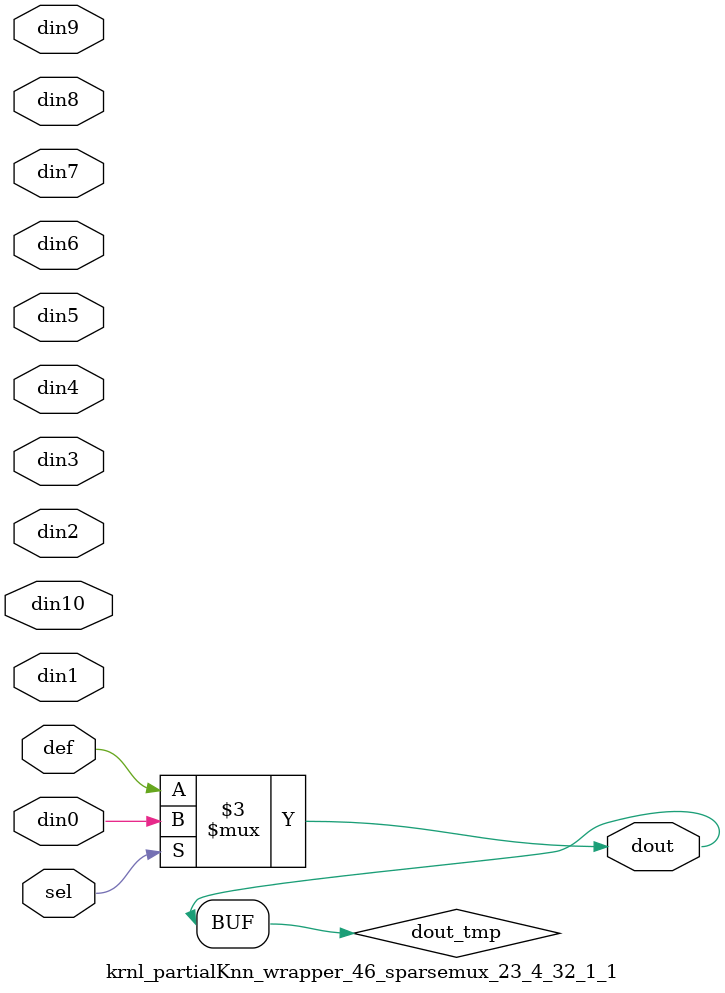
<source format=v>
`timescale 1ns / 1ps

module krnl_partialKnn_wrapper_46_sparsemux_23_4_32_1_1 (din0,din1,din2,din3,din4,din5,din6,din7,din8,din9,din10,def,sel,dout);

parameter din0_WIDTH = 1;

parameter din1_WIDTH = 1;

parameter din2_WIDTH = 1;

parameter din3_WIDTH = 1;

parameter din4_WIDTH = 1;

parameter din5_WIDTH = 1;

parameter din6_WIDTH = 1;

parameter din7_WIDTH = 1;

parameter din8_WIDTH = 1;

parameter din9_WIDTH = 1;

parameter din10_WIDTH = 1;

parameter def_WIDTH = 1;
parameter sel_WIDTH = 1;
parameter dout_WIDTH = 1;

parameter [sel_WIDTH-1:0] CASE0 = 1;

parameter [sel_WIDTH-1:0] CASE1 = 1;

parameter [sel_WIDTH-1:0] CASE2 = 1;

parameter [sel_WIDTH-1:0] CASE3 = 1;

parameter [sel_WIDTH-1:0] CASE4 = 1;

parameter [sel_WIDTH-1:0] CASE5 = 1;

parameter [sel_WIDTH-1:0] CASE6 = 1;

parameter [sel_WIDTH-1:0] CASE7 = 1;

parameter [sel_WIDTH-1:0] CASE8 = 1;

parameter [sel_WIDTH-1:0] CASE9 = 1;

parameter [sel_WIDTH-1:0] CASE10 = 1;

parameter ID = 1;
parameter NUM_STAGE = 1;



input [din0_WIDTH-1:0] din0;

input [din1_WIDTH-1:0] din1;

input [din2_WIDTH-1:0] din2;

input [din3_WIDTH-1:0] din3;

input [din4_WIDTH-1:0] din4;

input [din5_WIDTH-1:0] din5;

input [din6_WIDTH-1:0] din6;

input [din7_WIDTH-1:0] din7;

input [din8_WIDTH-1:0] din8;

input [din9_WIDTH-1:0] din9;

input [din10_WIDTH-1:0] din10;

input [def_WIDTH-1:0] def;
input [sel_WIDTH-1:0] sel;

output [dout_WIDTH-1:0] dout;



reg [dout_WIDTH-1:0] dout_tmp;

always @ (*) begin
case (sel)
    
    CASE0 : dout_tmp = din0;
    
    CASE1 : dout_tmp = din1;
    
    CASE2 : dout_tmp = din2;
    
    CASE3 : dout_tmp = din3;
    
    CASE4 : dout_tmp = din4;
    
    CASE5 : dout_tmp = din5;
    
    CASE6 : dout_tmp = din6;
    
    CASE7 : dout_tmp = din7;
    
    CASE8 : dout_tmp = din8;
    
    CASE9 : dout_tmp = din9;
    
    CASE10 : dout_tmp = din10;
    
    default : dout_tmp = def;
endcase
end


assign dout = dout_tmp;



endmodule

</source>
